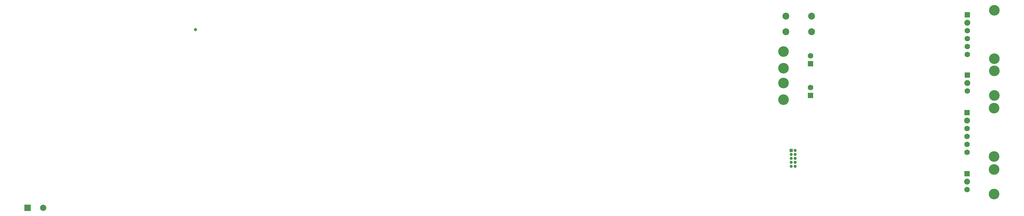
<source format=gbr>
%TF.GenerationSoftware,KiCad,Pcbnew,9.0.1-9.0.1-0~ubuntu24.04.1*%
%TF.CreationDate,2025-04-27T20:23:53-07:00*%
%TF.ProjectId,CAN-IO-expander,43414e2d-494f-42d6-9578-70616e646572,1*%
%TF.SameCoordinates,Original*%
%TF.FileFunction,Soldermask,Bot*%
%TF.FilePolarity,Negative*%
%FSLAX46Y46*%
G04 Gerber Fmt 4.6, Leading zero omitted, Abs format (unit mm)*
G04 Created by KiCad (PCBNEW 9.0.1-9.0.1-0~ubuntu24.04.1) date 2025-04-27 20:23:53*
%MOMM*%
%LPD*%
G01*
G04 APERTURE LIST*
%ADD10C,3.400000*%
%ADD11R,1.778000X1.778000*%
%ADD12C,1.778000*%
%ADD13R,1.000000X1.000000*%
%ADD14C,1.000000*%
%ADD15C,1.905000*%
%ADD16R,2.000000X2.000000*%
%ADD17C,2.000000*%
%ADD18C,2.200000*%
G04 APERTURE END LIST*
D10*
%TO.C,J2*%
X172208000Y-118403200D03*
X172208000Y-113063200D03*
D11*
X180848000Y-117003200D03*
D12*
X180848000Y-114463200D03*
%TD*%
D13*
%TO.C,J1*%
X174625000Y-134645400D03*
D14*
X175895000Y-134645400D03*
X174625000Y-135915400D03*
X175895000Y-135915400D03*
X174625000Y-137185400D03*
X175895000Y-137185400D03*
X174625000Y-138455400D03*
X175895000Y-138455400D03*
X174625000Y-139725400D03*
X175895000Y-139725400D03*
%TD*%
%TO.C,TP1*%
X-15792100Y-95946800D03*
%TD*%
D10*
%TO.C,J7*%
X239526000Y-140687600D03*
X239526000Y-148567600D03*
D11*
X230886000Y-142087600D03*
D15*
X230886000Y-144627600D03*
D12*
X230886000Y-147167600D03*
%TD*%
D10*
%TO.C,J6*%
X239572800Y-89756800D03*
X239572800Y-105256800D03*
D11*
X230932800Y-91156800D03*
D15*
X230932800Y-93696800D03*
D12*
X230932800Y-96236800D03*
X230932800Y-98776800D03*
X230932800Y-101316800D03*
X230932800Y-103856800D03*
%TD*%
D10*
%TO.C,J5*%
X239602200Y-109115400D03*
X239602200Y-116995400D03*
D11*
X230962200Y-110515400D03*
D15*
X230962200Y-113055400D03*
D12*
X230962200Y-115595400D03*
%TD*%
D10*
%TO.C,J3*%
X172208000Y-108283200D03*
X172208000Y-102943200D03*
D11*
X180848000Y-106883200D03*
D12*
X180848000Y-104343200D03*
%TD*%
D16*
%TO.C,C22*%
X-69467454Y-152976800D03*
D17*
X-64467454Y-152976800D03*
%TD*%
D18*
%TO.C,J8*%
X172948600Y-91592400D03*
X172948600Y-96592400D03*
X181148600Y-91592400D03*
X181148600Y-96592400D03*
%TD*%
D10*
%TO.C,J4*%
X239526000Y-121078800D03*
X239526000Y-136578800D03*
D11*
X230886000Y-122478800D03*
D15*
X230886000Y-125018800D03*
D12*
X230886000Y-127558800D03*
X230886000Y-130098800D03*
X230886000Y-132638800D03*
X230886000Y-135178800D03*
%TD*%
M02*

</source>
